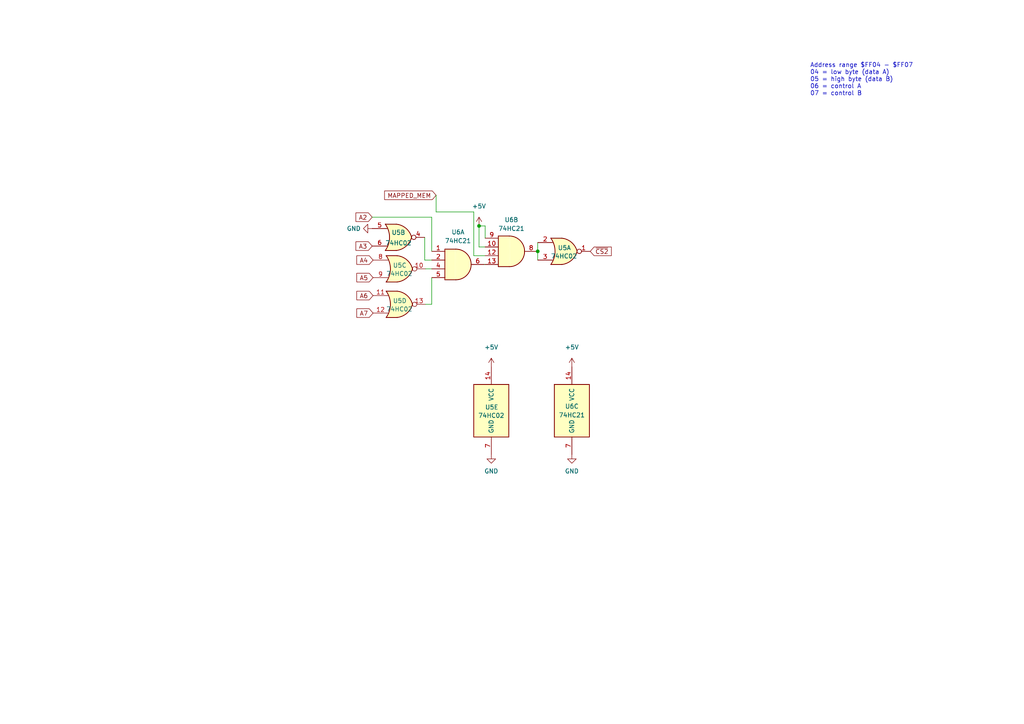
<source format=kicad_sch>
(kicad_sch (version 20211123) (generator eeschema)
  (paper "A4")
  (lib_symbols
    (symbol "74xx:74LS02" (pin_names (offset 1.016))
      (property "Reference" "U" (at 0 1.27 0))
      (property "Value" "74LS02" (at 0 -1.27 0))
      (symbol "74LS02_1_1"
        (arc (start -3.81 -3.81) (mid -2.589 0) (end -3.81 3.81) (stroke (width 0.254)))
        (arc (start -0.6096 -3.81) (mid 2.1855 -2.584) (end 3.81 0) (stroke (width 0.254)) (fill (type background)))
        (polyline (pts (xy -3.81 -3.81) (xy -0.635 -3.81)) (stroke (width 0.254)) (fill (type background)))
        (polyline (pts (xy -3.81 3.81) (xy -0.635 3.81)) (stroke (width 0.254)) (fill (type background)))
        (polyline (pts (xy -0.635 3.81) (xy -3.81 3.81) (xy -3.81 3.81) (xy -3.556 3.4036) (xy -3.0226 2.2606) (xy -2.6924 1.0414) (xy -2.6162 -0.254) (xy -2.7686 -1.4986) (xy -3.175 -2.7178) (xy -3.81 -3.81) (xy -3.81 -3.81) (xy -0.635 -3.81)) (stroke (width -25.4)) (fill (type background)))
        (arc (start 3.81 0) (mid 2.1928 2.5925) (end -0.6096 3.81) (stroke (width 0.254)) (fill (type background)))
        (pin output inverted (at 7.62 0 180) (length 3.81) (name "~") (number "1"))
        (pin input line (at -7.62 2.54 0) (length 4.318) (name "~") (number "2"))
        (pin input line (at -7.62 -2.54 0) (length 4.318) (name "~") (number "3"))
      )
      (symbol "74LS02_1_2"
        (arc (start 0 -3.81) (mid 3.81 0) (end 0 3.81) (stroke (width 0.254)) (fill (type background)))
        (polyline (pts (xy 0 3.81) (xy -3.81 3.81) (xy -3.81 -3.81) (xy 0 -3.81)) (stroke (width 0.254)) (fill (type background)))
        (pin output line (at 7.62 0 180) (length 3.81) (name "~") (number "1"))
        (pin input inverted (at -7.62 2.54 0) (length 3.81) (name "~") (number "2"))
        (pin input inverted (at -7.62 -2.54 0) (length 3.81) (name "~") (number "3"))
      )
      (symbol "74LS02_2_1"
        (arc (start -3.81 -3.81) (mid -2.589 0) (end -3.81 3.81) (stroke (width 0.254)))
        (arc (start -0.6096 -3.81) (mid 2.1855 -2.584) (end 3.81 0) (stroke (width 0.254)) (fill (type background)))
        (polyline (pts (xy -3.81 -3.81) (xy -0.635 -3.81)) (stroke (width 0.254)) (fill (type background)))
        (polyline (pts (xy -3.81 3.81) (xy -0.635 3.81)) (stroke (width 0.254)) (fill (type background)))
        (polyline (pts (xy -0.635 3.81) (xy -3.81 3.81) (xy -3.81 3.81) (xy -3.556 3.4036) (xy -3.0226 2.2606) (xy -2.6924 1.0414) (xy -2.6162 -0.254) (xy -2.7686 -1.4986) (xy -3.175 -2.7178) (xy -3.81 -3.81) (xy -3.81 -3.81) (xy -0.635 -3.81)) (stroke (width -25.4)) (fill (type background)))
        (arc (start 3.81 0) (mid 2.1928 2.5925) (end -0.6096 3.81) (stroke (width 0.254)) (fill (type background)))
        (pin output inverted (at 7.62 0 180) (length 3.81) (name "~") (number "4"))
        (pin input line (at -7.62 2.54 0) (length 4.318) (name "~") (number "5"))
        (pin input line (at -7.62 -2.54 0) (length 4.318) (name "~") (number "6"))
      )
      (symbol "74LS02_2_2"
        (arc (start 0 -3.81) (mid 3.81 0) (end 0 3.81) (stroke (width 0.254)) (fill (type background)))
        (polyline (pts (xy 0 3.81) (xy -3.81 3.81) (xy -3.81 -3.81) (xy 0 -3.81)) (stroke (width 0.254)) (fill (type background)))
        (pin output line (at 7.62 0 180) (length 3.81) (name "~") (number "4"))
        (pin input inverted (at -7.62 2.54 0) (length 3.81) (name "~") (number "5"))
        (pin input inverted (at -7.62 -2.54 0) (length 3.81) (name "~") (number "6"))
      )
      (symbol "74LS02_3_1"
        (arc (start -3.81 -3.81) (mid -2.589 0) (end -3.81 3.81) (stroke (width 0.254)))
        (arc (start -0.6096 -3.81) (mid 2.1855 -2.584) (end 3.81 0) (stroke (width 0.254)) (fill (type background)))
        (polyline (pts (xy -3.81 -3.81) (xy -0.635 -3.81)) (stroke (width 0.254)) (fill (type background)))
        (polyline (pts (xy -3.81 3.81) (xy -0.635 3.81)) (stroke (width 0.254)) (fill (type background)))
        (polyline (pts (xy -0.635 3.81) (xy -3.81 3.81) (xy -3.81 3.81) (xy -3.556 3.4036) (xy -3.0226 2.2606) (xy -2.6924 1.0414) (xy -2.6162 -0.254) (xy -2.7686 -1.4986) (xy -3.175 -2.7178) (xy -3.81 -3.81) (xy -3.81 -3.81) (xy -0.635 -3.81)) (stroke (width -25.4)) (fill (type background)))
        (arc (start 3.81 0) (mid 2.1928 2.5925) (end -0.6096 3.81) (stroke (width 0.254)) (fill (type background)))
        (pin output inverted (at 7.62 0 180) (length 3.81) (name "~") (number "10"))
        (pin input line (at -7.62 2.54 0) (length 4.318) (name "~") (number "8"))
        (pin input line (at -7.62 -2.54 0) (length 4.318) (name "~") (number "9"))
      )
      (symbol "74LS02_3_2"
        (arc (start 0 -3.81) (mid 3.81 0) (end 0 3.81) (stroke (width 0.254)) (fill (type background)))
        (polyline (pts (xy 0 3.81) (xy -3.81 3.81) (xy -3.81 -3.81) (xy 0 -3.81)) (stroke (width 0.254)) (fill (type background)))
        (pin output line (at 7.62 0 180) (length 3.81) (name "~") (number "10"))
        (pin input inverted (at -7.62 2.54 0) (length 3.81) (name "~") (number "8"))
        (pin input inverted (at -7.62 -2.54 0) (length 3.81) (name "~") (number "9"))
      )
      (symbol "74LS02_4_1"
        (arc (start -3.81 -3.81) (mid -2.589 0) (end -3.81 3.81) (stroke (width 0.254)))
        (arc (start -0.6096 -3.81) (mid 2.1855 -2.584) (end 3.81 0) (stroke (width 0.254)) (fill (type background)))
        (polyline (pts (xy -3.81 -3.81) (xy -0.635 -3.81)) (stroke (width 0.254)) (fill (type background)))
        (polyline (pts (xy -3.81 3.81) (xy -0.635 3.81)) (stroke (width 0.254)) (fill (type background)))
        (polyline (pts (xy -0.635 3.81) (xy -3.81 3.81) (xy -3.81 3.81) (xy -3.556 3.4036) (xy -3.0226 2.2606) (xy -2.6924 1.0414) (xy -2.6162 -0.254) (xy -2.7686 -1.4986) (xy -3.175 -2.7178) (xy -3.81 -3.81) (xy -3.81 -3.81) (xy -0.635 -3.81)) (stroke (width -25.4)) (fill (type background)))
        (arc (start 3.81 0) (mid 2.1928 2.5925) (end -0.6096 3.81) (stroke (width 0.254)) (fill (type background)))
        (pin input line (at -7.62 2.54 0) (length 4.318) (name "~") (number "11"))
        (pin input line (at -7.62 -2.54 0) (length 4.318) (name "~") (number "12"))
        (pin output inverted (at 7.62 0 180) (length 3.81) (name "~") (number "13"))
      )
      (symbol "74LS02_4_2"
        (arc (start 0 -3.81) (mid 3.81 0) (end 0 3.81) (stroke (width 0.254)) (fill (type background)))
        (polyline (pts (xy 0 3.81) (xy -3.81 3.81) (xy -3.81 -3.81) (xy 0 -3.81)) (stroke (width 0.254)) (fill (type background)))
        (pin input inverted (at -7.62 2.54 0) (length 3.81) (name "~") (number "11"))
        (pin input inverted (at -7.62 -2.54 0) (length 3.81) (name "~") (number "12"))
        (pin output line (at 7.62 0 180) (length 3.81) (name "~") (number "13"))
      )
      (symbol "74LS02_5_0"
        (pin power_in line (at 0 12.7 270) (length 5.08) (name "VCC") (number "14"))
        (pin power_in line (at 0 -12.7 90) (length 5.08) (name "GND") (number "7"))
      )
      (symbol "74LS02_5_1"
        (rectangle (start -5.08 7.62) (end 5.08 -7.62) (stroke (width 0.254)) (fill (type background)))
      )
    )
    (symbol "74xx:74LS21" (pin_names (offset 1.016))
      (property "Reference" "U" (at 0 1.27 0))
      (property "Value" "74LS21" (at 0 -1.27 0))
      (symbol "74LS21_1_1"
        (arc (start -0.635 -4.445) (mid 3.81 0) (end -0.635 4.445) (stroke (width 0.254)) (fill (type background)))
        (polyline (pts (xy -0.635 4.445) (xy -3.81 4.445) (xy -3.81 -4.445) (xy -0.635 -4.445)) (stroke (width 0.254)) (fill (type background)))
        (pin input line (at -7.62 3.81 0) (length 3.81) (name "~") (number "1"))
        (pin input line (at -7.62 1.27 0) (length 3.81) (name "~") (number "2"))
        (pin input line (at -7.62 -1.27 0) (length 3.81) (name "~") (number "4"))
        (pin input line (at -7.62 -3.81 0) (length 3.81) (name "~") (number "5"))
        (pin output line (at 7.62 0 180) (length 3.81) (name "~") (number "6"))
      )
      (symbol "74LS21_1_2"
        (arc (start -3.81 -4.445) (mid -2.5908 0) (end -3.81 4.445) (stroke (width 0.254)))
        (arc (start -0.6096 -4.445) (mid 2.224 -2.8428) (end 3.81 0) (stroke (width 0.254)) (fill (type background)))
        (polyline (pts (xy -3.81 -4.445) (xy -0.635 -4.445)) (stroke (width 0.254)) (fill (type background)))
        (polyline (pts (xy -3.81 4.445) (xy -0.635 4.445)) (stroke (width 0.254)) (fill (type background)))
        (polyline (pts (xy -0.635 4.445) (xy -3.81 4.445) (xy -3.81 4.445) (xy -3.6322 4.0894) (xy -3.0988 2.921) (xy -2.7686 1.6764) (xy -2.6162 0.4318) (xy -2.6416 -0.8636) (xy -2.8702 -2.1082) (xy -3.2512 -3.3274) (xy -3.81 -4.445) (xy -3.81 -4.445) (xy -0.635 -4.445)) (stroke (width -25.4)) (fill (type background)))
        (arc (start 3.81 0) (mid 2.2198 2.8386) (end -0.6096 4.445) (stroke (width 0.254)) (fill (type background)))
        (pin input inverted (at -7.62 3.81 0) (length 3.81) (name "~") (number "1"))
        (pin input inverted (at -7.62 1.27 0) (length 4.826) (name "~") (number "2"))
        (pin input inverted (at -7.62 -1.27 0) (length 4.826) (name "~") (number "4"))
        (pin input inverted (at -7.62 -3.81 0) (length 3.81) (name "~") (number "5"))
        (pin output inverted (at 7.62 0 180) (length 3.81) (name "~") (number "6"))
      )
      (symbol "74LS21_2_1"
        (arc (start -0.635 -4.445) (mid 3.81 0) (end -0.635 4.445) (stroke (width 0.254)) (fill (type background)))
        (polyline (pts (xy -0.635 4.445) (xy -3.81 4.445) (xy -3.81 -4.445) (xy -0.635 -4.445)) (stroke (width 0.254)) (fill (type background)))
        (pin input line (at -7.62 1.27 0) (length 3.81) (name "~") (number "10"))
        (pin input line (at -7.62 -1.27 0) (length 3.81) (name "~") (number "12"))
        (pin input line (at -7.62 -3.81 0) (length 3.81) (name "~") (number "13"))
        (pin output line (at 7.62 0 180) (length 3.81) (name "~") (number "8"))
        (pin input line (at -7.62 3.81 0) (length 3.81) (name "~") (number "9"))
      )
      (symbol "74LS21_2_2"
        (arc (start -3.81 -4.445) (mid -2.5908 0) (end -3.81 4.445) (stroke (width 0.254)))
        (arc (start -0.6096 -4.445) (mid 2.224 -2.8428) (end 3.81 0) (stroke (width 0.254)) (fill (type background)))
        (polyline (pts (xy -3.81 -4.445) (xy -0.635 -4.445)) (stroke (width 0.254)) (fill (type background)))
        (polyline (pts (xy -3.81 4.445) (xy -0.635 4.445)) (stroke (width 0.254)) (fill (type background)))
        (polyline (pts (xy -0.635 4.445) (xy -3.81 4.445) (xy -3.81 4.445) (xy -3.6322 4.0894) (xy -3.0988 2.921) (xy -2.7686 1.6764) (xy -2.6162 0.4318) (xy -2.6416 -0.8636) (xy -2.8702 -2.1082) (xy -3.2512 -3.3274) (xy -3.81 -4.445) (xy -3.81 -4.445) (xy -0.635 -4.445)) (stroke (width -25.4)) (fill (type background)))
        (arc (start 3.81 0) (mid 2.2198 2.8386) (end -0.6096 4.445) (stroke (width 0.254)) (fill (type background)))
        (pin input inverted (at -7.62 1.27 0) (length 4.826) (name "~") (number "10"))
        (pin input inverted (at -7.62 -1.27 0) (length 4.826) (name "~") (number "12"))
        (pin input inverted (at -7.62 -3.81 0) (length 3.81) (name "~") (number "13"))
        (pin output inverted (at 7.62 0 180) (length 3.81) (name "~") (number "8"))
        (pin input inverted (at -7.62 3.81 0) (length 3.81) (name "~") (number "9"))
      )
      (symbol "74LS21_3_0"
        (pin power_in line (at 0 12.7 270) (length 5.08) (name "VCC") (number "14"))
        (pin power_in line (at 0 -12.7 90) (length 5.08) (name "GND") (number "7"))
      )
      (symbol "74LS21_3_1"
        (rectangle (start -5.08 7.62) (end 5.08 -7.62) (stroke (width 0.254)) (fill (type background)))
      )
    )
    (symbol "power:+5V" (power) (pin_names (offset 0))
      (property "Value" "+5V" (at 0 3.556 0))
      (symbol "+5V_0_1"
        (polyline (pts (xy -0.762 1.27) (xy 0 2.54)))
        (polyline (pts (xy 0 0) (xy 0 2.54)))
        (polyline (pts (xy 0 2.54) (xy 0.762 1.27)))
      )
      (symbol "+5V_1_1"
        (pin power_in line (at 0 0 90) (length 0) hide (name "+5V") (number "1"))
      )
    )
    (symbol "power:GND" (power) (pin_names (offset 0))
      (property "Value" "GND" (at 0 -3.81 0))
      (symbol "GND_0_1"
        (polyline (pts (xy 0 0) (xy 0 -1.27) (xy 1.27 -1.27) (xy 0 -2.54) (xy -1.27 -1.27) (xy 0 -1.27)))
      )
      (symbol "GND_1_1"
        (pin power_in line (at 0 0 270) (length 0) hide (name "GND") (number "1"))
      )
    )
  )
  (junction (at 138.938 65.532))
  (junction (at 155.956 72.898))
  (wire (pts (xy 140.716 71.628) (xy 138.938 71.628)))
  (wire (pts (xy 138.938 65.532) (xy 138.938 71.628)))
  (wire (pts (xy 155.956 70.358) (xy 155.956 72.898)))
  (wire (pts (xy 123.444 88.265) (xy 125.222 88.265)))
  (wire (pts (xy 140.716 65.532) (xy 138.938 65.532)))
  (wire (pts (xy 123.19 75.438) (xy 123.19 68.834)))
  (wire (pts (xy 125.222 75.438) (xy 123.19 75.438)))
  (wire (pts (xy 107.95 62.992) (xy 125.222 62.992)))
  (wire (pts (xy 126.492 56.642) (xy 126.492 61.468)))
  (wire (pts (xy 137.414 61.468) (xy 137.414 74.168)))
  (wire (pts (xy 123.444 77.978) (xy 125.222 77.978)))
  (wire (pts (xy 155.956 75.438) (xy 155.956 72.898)))
  (wire (pts (xy 140.716 74.168) (xy 137.414 74.168)))
  (wire (pts (xy 140.716 69.088) (xy 140.716 65.532)))
  (wire (pts (xy 125.222 62.992) (xy 125.222 72.898)))
  (wire (pts (xy 140.716 76.708) (xy 140.462 76.708)))
  (wire (pts (xy 125.222 88.265) (xy 125.222 80.518)))
  (wire (pts (xy 126.492 61.468) (xy 137.414 61.468)))
  (text "Address range $FF04 - $FF07\n04 = low byte (data A)\n05 = high byte (data B)\n06 = control A\n07 = control B" (at 234.95 27.94 0) (effects (font (size 1.27 1.27)) (justify left bottom)))
  (global_label "A2" (shape input) (at 107.95 62.992 180) (property "Intersheet References" "${INTERSHEET_REFS}" (effects hide)))
  (global_label "~{CS2}" (shape input) (at 171.196 72.898 0) (property "Intersheet References" "${INTERSHEET_REFS}" (effects hide)))
  (global_label "A5" (shape input) (at 108.204 80.518 180) (property "Intersheet References" "${INTERSHEET_REFS}" (effects hide)))
  (global_label "MAPPED_MEM" (shape input) (at 126.492 56.642 180) (property "Intersheet References" "${INTERSHEET_REFS}" (effects hide)))
  (global_label "A6" (shape input) (at 108.204 85.725 180) (property "Intersheet References" "${INTERSHEET_REFS}" (effects hide)))
  (global_label "A7" (shape input) (at 108.204 90.805 180) (property "Intersheet References" "${INTERSHEET_REFS}" (effects hide)))
  (global_label "A4" (shape input) (at 108.204 75.438 180) (property "Intersheet References" "${INTERSHEET_REFS}" (effects hide)))
  (global_label "A3" (shape input) (at 107.95 71.374 180) (property "Intersheet References" "${INTERSHEET_REFS}" (effects hide)))
  (symbol (lib_id "power:+5V") (at 138.938 65.532 0) (unit 1)
    (property "Reference" "#PWR0112" (effects hide))
    (property "Value" "+5V" (at 138.938 59.817 0))
  )
  (symbol (lib_id "74xx:74LS02") (at 115.57 68.834 0) (unit 2)
    (property "Reference" "U5" (at 115.57 67.437 0))
    (property "Value" "74HC02" (at 115.57 70.485 0))
    (property "Footprint" "Package_SO:SO-14_3.9x8.65mm_P1.27mm" (effects hide))
    (property "Datasheet" "http://www.ti.com/lit/gpn/sn74ls02" (effects hide))
  )
  (symbol (lib_id "74xx:74LS02") (at 163.576 72.898 0) (unit 1)
    (property "Reference" "U5" (at 163.703 71.882 0))
    (property "Value" "74HC02" (at 163.576 74.295 0))
    (property "Footprint" "Package_SO:SO-14_3.9x8.65mm_P1.27mm" (effects hide))
    (property "Datasheet" "http://www.ti.com/lit/gpn/sn74ls02" (effects hide))
  )
  (symbol (lib_id "74xx:74LS02") (at 142.494 119.126 0) (unit 5)
    (property "Reference" "U5" (at 142.621 118.11 0))
    (property "Value" "74HC02" (at 142.494 120.523 0))
    (property "Footprint" "Package_SO:SO-14_3.9x8.65mm_P1.27mm" (effects hide))
    (property "Datasheet" "http://www.ti.com/lit/gpn/sn74ls02" (effects hide))
  )
  (symbol (lib_id "74xx:74LS21") (at 148.336 72.898 0) (unit 2)
    (property "Reference" "U6" (at 148.336 63.754 0))
    (property "Value" "74HC21" (at 148.336 66.294 0))
    (property "Footprint" "Package_SO:SO-14_3.9x8.65mm_P1.27mm" (effects hide))
    (property "Datasheet" "http://www.ti.com/lit/gpn/sn74LS21" (effects hide))
  )
  (symbol (lib_id "power:GND") (at 165.862 131.826 0) (unit 1)
    (property "Reference" "#PWR0109" (effects hide))
    (property "Value" "GND" (at 165.862 136.652 0))
  )
  (symbol (lib_id "74xx:74LS21") (at 132.842 76.708 0) (unit 1)
    (property "Reference" "U6" (at 132.842 67.31 0))
    (property "Value" "74HC21" (at 132.842 69.85 0))
    (property "Footprint" "Package_SO:SO-14_3.9x8.65mm_P1.27mm" (effects hide))
    (property "Datasheet" "http://www.ti.com/lit/gpn/sn74LS21" (effects hide))
  )
  (symbol (lib_id "power:+5V") (at 165.862 106.426 0) (unit 1)
    (property "Reference" "#PWR0108" (effects hide))
    (property "Value" "+5V" (at 165.862 100.711 0))
  )
  (symbol (lib_id "power:+5V") (at 142.494 106.426 0) (unit 1)
    (property "Reference" "#PWR0110" (effects hide))
    (property "Value" "+5V" (at 142.494 100.711 0))
  )
  (symbol (lib_id "74xx:74LS21") (at 165.862 119.126 0) (unit 3)
    (property "Reference" "U6" (at 165.862 117.856 0))
    (property "Value" "74HC21" (at 165.862 120.396 0))
    (property "Footprint" "Package_SO:SO-14_3.9x8.65mm_P1.27mm" (effects hide))
    (property "Datasheet" "http://www.ti.com/lit/gpn/sn74LS21" (effects hide))
  )
  (symbol (lib_id "power:GND") (at 142.494 131.826 0) (unit 1)
    (property "Reference" "#PWR0107" (effects hide))
    (property "Value" "GND" (at 142.494 136.652 0))
  )
  (symbol (lib_id "74xx:74LS02") (at 115.824 88.265 0) (unit 4)
    (property "Reference" "U5" (at 115.951 87.249 0))
    (property "Value" "74HC02" (at 115.824 89.662 0))
    (property "Footprint" "Package_SO:SO-14_3.9x8.65mm_P1.27mm" (effects hide))
    (property "Datasheet" "http://www.ti.com/lit/gpn/sn74ls02" (effects hide))
  )
  (symbol (lib_id "power:GND") (at 107.95 66.294 270) (unit 1)
    (property "Reference" "#PWR0111" (effects hide))
    (property "Value" "GND" (at 104.648 66.2939 90) (effects (justify right)))
  )
  (symbol (lib_id "74xx:74LS02") (at 115.824 77.978 0) (unit 3)
    (property "Reference" "U5" (at 115.951 76.962 0))
    (property "Value" "74HC02" (at 115.824 79.375 0))
    (property "Footprint" "Package_SO:SO-14_3.9x8.65mm_P1.27mm" (effects hide))
    (property "Datasheet" "http://www.ti.com/lit/gpn/sn74ls02" (effects hide))
  )
)
</source>
